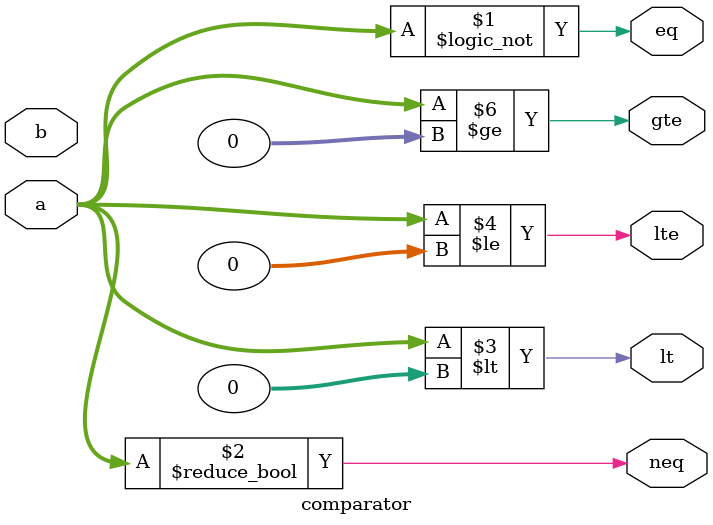
<source format=sv>
module comparator#(parameter N=9, C=0)
				(input logic [N:1-0] a, b,
				 output logic eq, neq, lt, lte, gte);
		assign eq = (a==C);
		assign neq = (a!=C);
		assign lt = (a<C);
		assign lte = (a<=C);
		assign gt = (a>C);
		assign gte = (a>=C);
endmodule


</source>
